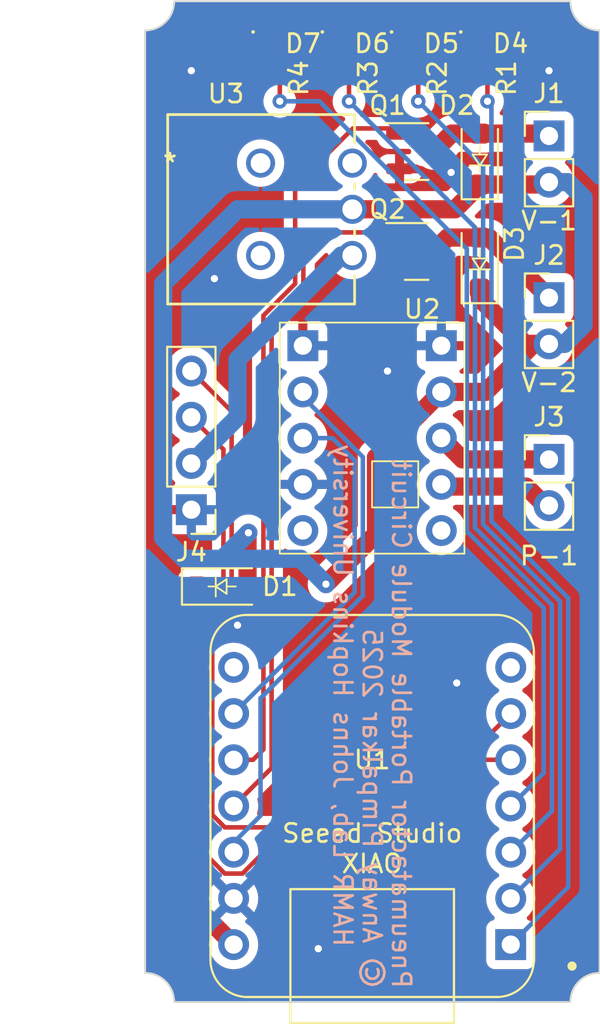
<source format=kicad_pcb>
(kicad_pcb (version 20241229) (generator "pcbnew") (generator_version "9.0")
  (layers (0 "F.Cu" signal) (2 "B.Cu" signal) (13 "F.Paste" user) (15 "B.Paste" user) (5 "F.SilkS" user "F.Silkscreen") (7 "B.SilkS" user "B.Silkscreen") (1 "F.Mask" user) (3 "B.Mask" user) (25 "Edge.Cuts" user))
  (net 0 "")
  (net 1 "Net-(D1-K)")
  (net 2 "VIN")
  (net 3 "Net-(D2-A)")
  (net 4 "Net-(D3-A)")
  (net 5 "GND")
  (net 6 "Net-(D4-A)")
  (net 7 "Net-(D5-A)")
  (net 8 "Net-(D6-A)")
  (net 9 "Net-(D7-A)")
  (net 10 "PUMP_-")
  (net 11 "PUMP_+")
  (net 12 "SDA")
  (net 13 "SCL")
  (net 14 "VALVE_1_PFM")
  (net 15 "VALVE_2_PFM")
  (net 16 "LED0")
  (net 17 "LED1")
  (net 18 "LED2")
  (net 19 "LED3")
  (net 22 "PUMP_PWM")
  (net 23 "3V3")
  (net 26 "VIN_SRC")
  (footprint "Xiao:XIAO-Generic-Thruhole-14P-2.54-21X17.8MM" (layer "F.Cu") (at 12.492738 44.22696 180)
    (property "Reference" "U1" (at 0 2.54 0) (layer "F.SilkS"))
    (property "Value" "SeeeduinoXIAO" (hide yes))
    (fp_line (start 8.9 8.5) (end 8.9 -8.5) (stroke (width 0.127)) (layer "F.SilkS"))
    (fp_line (start 6.9 -10.49909) (end -6.9 -10.49909) (stroke (width 0.127)) (layer "F.SilkS"))
    (fp_line (start 4.5 -4.57073) (end -4.5 -4.57073) (stroke (width 0.127)) (layer "F.SilkS"))
    (fp_line (start 4.5 -11.92403) (end 4.5 -4.57073) (stroke (width 0.127)) (layer "F.SilkS"))
    (fp_line (start -4.5 -4.57073) (end -4.5 -11.92403) (stroke (width 0.127)) (layer "F.SilkS"))
    (fp_line (start -4.5 -11.92403) (end 4.5 -11.92403) (stroke (width 0.127)) (layer "F.SilkS"))
    (fp_line (start -6.9 10.5) (end 6.9 10.5) (stroke (width 0.127)) (layer "F.SilkS"))
    (fp_line (start -8.9 -8.5) (end -8.9 8.5) (stroke (width 0.127)) (layer "F.SilkS"))
    (fp_arc (start 8.9 8.5) (mid 8.314214 9.914214) (end 6.9 10.5) (stroke (width 0.12)) (layer "F.SilkS"))
    (fp_arc (start 6.9 -10.5) (mid 8.301491 -9.901491) (end 8.9 -8.5) (stroke (width 0.12)) (layer "F.SilkS"))
    (fp_arc (start -6.9 10.5) (mid -8.301423 9.901423) (end -8.9 8.5) (stroke (width 0.12)) (layer "F.SilkS"))
    (fp_arc (start -8.9 -8.5) (mid -8.301491 -9.901491) (end -6.9 -10.5) (stroke (width 0.12)) (layer "F.SilkS"))
    (fp_circle (center -11 -8.8) (end -11 -9.054) (fill yes) (layer "F.SilkS"))
    (fp_poly (pts (xy -8.887715 -8.561705) (xy -8.884667 -8.610473) (xy -8.880603 -8.659494)) (stroke (width 0.0254)) (fill no) (layer "F.SilkS"))
    (fp_poly (pts (xy 8.889492 8.521574) (xy 8.887713 8.57085) (xy 8.884665 8.619618) (xy 8.880601 8.668639) (xy 8.875268 8.717407) (xy 8.868664 8.766175) (xy 8.861044 8.81469) (xy 8.852153 8.86295) (xy 8.842248 8.910955)) (stroke (width 0.0254)) (fill no) (layer "F.SilkS"))
    (fp_text user "Seeed Studio" (at 0 -1.5 0) (layer "F.SilkS"))
    (fp_text user "XIAO" (at 0.005 -3.175 0) (layer "F.SilkS"))
    (pad "1" thru_hole rect (at -7.625 -7.62 180) (size 1.7 1.7) (drill 1) (layers "*.Cu" "*.Mask") (net 16 "LED0"))
    (pad "2" thru_hole circle (at -7.625 -5.08 180) (size 1.7 1.7) (drill 1) (layers "*.Cu" "*.Mask") (net 17 "LED1"))
    (pad "3" thru_hole circle (at -7.625 -2.54 180) (size 1.7 1.7) (drill 1) (layers "*.Cu" "*.Mask") (net 18 "LED2"))
    (pad "4" thru_hole circle (at -7.625 0 180) (size 1.7 1.7) (drill 1) (layers "*.Cu" "*.Mask") (net 19 "LED3"))
    (pad "5" thru_hole circle (at -7.625 2.54 180) (size 1.7 1.7) (drill 1) (layers "*.Cu" "*.Mask") (net 12 "SDA"))
    (pad "6" thru_hole circle (at -7.625 5.08) (size 1.7 1.7) (drill 1) (layers "*.Cu" "*.Mask") (net 13 "SCL"))
    (pad "7" thru_hole circle (at -7.625 7.62 180) (size 1.7 1.7) (drill 1) (layers "*.Cu" "*.Mask"))
    (pad "8" thru_hole circle (at 7.625 7.62 180) (size 1.7 1.7) (drill 1) (layers "*.Cu" "*.Mask"))
    (pad "9" thru_hole circle (at 7.625 5.08 180) (size 1.7 1.7) (drill 1) (layers "*.Cu" "*.Mask") (net 22 "PUMP_PWM"))
    (pad "10" thru_hole circle (at 7.625 2.54 180) (size 1.7 1.7) (drill 1) (layers "*.Cu" "*.Mask") (net 14 "VALVE_1_PFM"))
    (pad "11" thru_hole circle (at 7.625 0 180) (size 1.7 1.7) (drill 1) (layers "*.Cu" "*.Mask") (net 15 "VALVE_2_PFM"))
    (pad "12" thru_hole circle (at 7.625 -2.54 180) (size 1.7 1.7) (drill 1) (layers "*.Cu" "*.Mask") (net 23 "3V3"))
    (pad "13" thru_hole circle (at 7.625 -5.08 180) (size 1.7 1.7) (drill 1) (layers "*.Cu" "*.Mask") (net 5 "GND"))
    (pad "14" thru_hole circle (at 7.625 -7.62 180) (size 1.7 1.7) (drill 1) (layers "*.Cu" "*.Mask") (net 1 "Net-(D1-K)"))
  )
  (footprint "LED_SMD:LED_0201_0603Metric_Pad0.64x0.40mm_HandSolder" (layer "F.Cu") (at 10.785238 1.68196)
    (property "Reference" "D6" (at 1.7025 0.635 0) (layer "F.SilkS"))
    (property "Value" "LED2")
    (fp_circle (center -1.035 0) (end -0.985 0) (stroke (width 0.1)) (fill no) (layer "F.SilkS"))
    (pad "1" smd roundrect (at -0.4075 0) (size 0.635 0.4) (layers "F.Cu" "F.Mask") (net 5 "GND"))
    (pad "2" smd roundrect (at 0.4075 0) (size 0.635 0.4) (layers "F.Cu" "F.Mask") (net 8 "Net-(D6-A)"))
  )
  (footprint "LED_SMD:LED_0201_0603Metric_Pad0.64x0.40mm_HandSolder" (layer "F.Cu") (at 18.405238 1.68196)
    (property "Reference" "D4" (at 1.7025 0.635 0) (layer "F.SilkS"))
    (property "Value" "LED0")
    (fp_circle (center -1.035 0) (end -0.985 0) (stroke (width 0.1)) (fill no) (layer "F.SilkS"))
    (pad "1" smd roundrect (at -0.4075 0) (size 0.635 0.4) (layers "F.Cu" "F.Mask") (net 5 "GND"))
    (pad "2" smd roundrect (at 0.4075 0) (size 0.635 0.4) (layers "F.Cu" "F.Mask") (net 6 "Net-(D4-A)"))
  )
  (footprint "Package_TO_SOT_SMD:SOT-23" (layer "F.Cu") (at 14.9375 13.74696)
    (property "Reference" "Q2" (at -1.6025 -2.31696 0) (layer "F.SilkS"))
    (property "Value" "IRLML2060")
    (fp_line (start 0 -1.56) (end -1.675 -1.56) (stroke (width 0.12)) (layer "F.SilkS"))
    (fp_line (start 0 -1.56) (end 0.65 -1.56) (stroke (width 0.12)) (layer "F.SilkS"))
    (fp_line (start 0 1.56) (end -0.65 1.56) (stroke (width 0.12)) (layer "F.SilkS"))
    (fp_line (start 0 1.56) (end 0.65 1.56) (stroke (width 0.12)) (layer "F.SilkS"))
    (pad "1" smd roundrect (at -0.9375 -0.95) (size 1.475 0.6) (layers "F.Cu" "F.Mask" "F.Paste") (net 15 "VALVE_2_PFM"))
    (pad "2" smd roundrect (at -0.9375 0.95) (size 1.475 0.6) (layers "F.Cu" "F.Mask" "F.Paste") (net 5 "GND"))
    (pad "3" smd roundrect (at 0.9375 0) (size 1.475 0.6) (layers "F.Cu" "F.Mask" "F.Paste") (net 4 "Net-(D3-A)"))
  )
  (footprint "Connector_PinHeader_2.54mm:PinHeader_1x04_P2.54mm_Vertical" (layer "F.Cu") (at 2.54 27.94 180)
    (property "Reference" "J4" (at 0 -2.33 0) (layer "F.SilkS"))
    (property "Value" "Pogo Connection")
    (fp_line (start 1.33 1.27) (end 1.33 8.95) (stroke (width 0.12)) (layer "F.SilkS"))
    (fp_line (start -1.33 8.95) (end 1.33 8.95) (stroke (width 0.12)) (layer "F.SilkS"))
    (fp_line (start -1.33 1.27) (end 1.33 1.27) (stroke (width 0.12)) (layer "F.SilkS"))
    (fp_line (start -1.33 1.27) (end -1.33 8.95) (stroke (width 0.12)) (layer "F.SilkS"))
    (fp_line (start -1.33 0) (end -1.33 -1.33) (stroke (width 0.12)) (layer "F.SilkS"))
    (fp_line (start -1.33 -1.33) (end 0 -1.33) (stroke (width 0.12)) (layer "F.SilkS"))
    (pad "1" thru_hole rect (at 0 0 180) (size 1.7 1.7) (drill 1) (layers "*.Cu" "*.Mask") (net 5 "GND"))
    (pad "2" thru_hole oval (at 0 2.54 180) (size 1.7 1.7) (drill 1) (layers "*.Cu" "*.Mask") (net 26 "VIN_SRC"))
    (pad "3" thru_hole oval (at 0 5.08 180) (size 1.7 1.7) (drill 1) (layers "*.Cu" "*.Mask") (net 12 "SDA"))
    (pad "4" thru_hole oval (at 0 7.62 180) (size 1.7 1.7) (drill 1) (layers "*.Cu" "*.Mask") (net 13 "SCL"))
  )
  (footprint "Connector_PinHeader_2.54mm:PinHeader_1x02_P2.54mm_Vertical" (layer "F.Cu") (at 22.225 25.17696)
    (property "Reference" "J3" (at 0 -2.33 0) (layer "F.SilkS"))
    (property "Value" "Pump")
    (fp_line (start -1.33 -1.33) (end 0 -1.33) (stroke (width 0.12)) (layer "F.SilkS"))
    (fp_line (start -1.33 0) (end -1.33 -1.33) (stroke (width 0.12)) (layer "F.SilkS"))
    (fp_line (start -1.33 1.27) (end -1.33 3.87) (stroke (width 0.12)) (layer "F.SilkS"))
    (fp_line (start -1.33 1.27) (end 1.33 1.27) (stroke (width 0.12)) (layer "F.SilkS"))
    (fp_line (start -1.33 3.87) (end 1.33 3.87) (stroke (width 0.12)) (layer "F.SilkS"))
    (fp_line (start 1.33 1.27) (end 1.33 3.87) (stroke (width 0.12)) (layer "F.SilkS"))
    (pad "1" thru_hole rect (at 0 0) (size 1.7 1.7) (drill 1) (layers "*.Cu" "*.Mask") (net 10 "PUMP_-"))
    (pad "2" thru_hole oval (at 0 2.54) (size 1.7 1.7) (drill 1) (layers "*.Cu" "*.Mask") (net 11 "PUMP_+"))
  )
  (footprint "Connector_PinHeader_2.54mm:PinHeader_1x02_P2.54mm_Vertical" (layer "F.Cu") (at 22.225 7.39696)
    (property "Reference" "J1" (at 0 -2.33 0) (layer "F.SilkS"))
    (property "Value" "Valve_1")
    (fp_line (start -1.33 -1.33) (end 0 -1.33) (stroke (width 0.12)) (layer "F.SilkS"))
    (fp_line (start -1.33 0) (end -1.33 -1.33) (stroke (width 0.12)) (layer "F.SilkS"))
    (fp_line (start -1.33 1.27) (end -1.33 3.87) (stroke (width 0.12)) (layer "F.SilkS"))
    (fp_line (start -1.33 1.27) (end 1.33 1.27) (stroke (width 0.12)) (layer "F.SilkS"))
    (fp_line (start -1.33 3.87) (end 1.33 3.87) (stroke (width 0.12)) (layer "F.SilkS"))
    (fp_line (start 1.33 1.27) (end 1.33 3.87) (stroke (width 0.12)) (layer "F.SilkS"))
    (pad "1" thru_hole rect (at 0 0) (size 1.7 1.7) (drill 1) (layers "*.Cu" "*.Mask") (net 3 "Net-(D2-A)"))
    (pad "2" thru_hole oval (at 0 2.54) (size 1.7 1.7) (drill 1) (layers "*.Cu" "*.Mask") (net 2 "VIN"))
  )
  (footprint "Resistor_SMD:R_0201_0603Metric_Pad0.64x0.40mm_HandSolder" (layer "F.Cu") (at 7.407738 3.81446 -90)
    (property "Reference" "R4" (at 0.4075 -1.05 90) (layer "F.SilkS"))
    (property "Value" "R")
    (pad "1" smd roundrect (at -0.4075 0 270) (size 0.635 0.4) (layers "F.Cu" "F.Mask") (net 9 "Net-(D7-A)"))
    (pad "2" smd roundrect (at 0.4075 0 270) (size 0.635 0.4) (layers "F.Cu" "F.Mask") (net 19 "LED3"))
  )
  (footprint "Package_TO_SOT_SMD:SOT-23" (layer "F.Cu") (at 14.9375 8.255)
    (property "Reference" "Q1" (at -1.6025 -2.54 0) (layer "F.SilkS"))
    (property "Value" "IRLML2060")
    (fp_line (start 0 -1.56) (end -1.675 -1.56) (stroke (width 0.12)) (layer "F.SilkS"))
    (fp_line (start 0 -1.56) (end 0.65 -1.56) (stroke (width 0.12)) (layer "F.SilkS"))
    (fp_line (start 0 1.56) (end -0.65 1.56) (stroke (width 0.12)) (layer "F.SilkS"))
    (fp_line (start 0 1.56) (end 0.65 1.56) (stroke (width 0.12)) (layer "F.SilkS"))
    (pad "1" smd roundrect (at -0.9375 -0.95) (size 1.475 0.6) (layers "F.Cu" "F.Mask" "F.Paste") (net 14 "VALVE_1_PFM"))
    (pad "2" smd roundrect (at -0.9375 0.95) (size 1.475 0.6) (layers "F.Cu" "F.Mask" "F.Paste") (net 5 "GND"))
    (pad "3" smd roundrect (at 0.9375 0) (size 1.475 0.6) (layers "F.Cu" "F.Mask" "F.Paste") (net 3 "Net-(D2-A)"))
  )
  (footprint "Pneumatactors:Pololu 2990 Motor Driver" (layer "F.Cu") (at 12.487738 12.57696)
    (property "Reference" "U2" (at 2.752262 4.345 0) (layer "F.SilkS"))
    (property "Value" "Pololu 2990")
    (fp_rect (start 0 12.7) (end 2.54 15.24) (stroke (width 0.1)) (fill no) (layer "F.SilkS"))
    (fp_rect (start 5.08 17.78) (end -5.08 5.08) (stroke (width 0.1)) (fill no) (layer "F.SilkS"))
    (pad "1" thru_hole rect (at -3.81 6.35) (size 1.7 1.7) (drill 1) (layers "*.Cu" "*.Mask") (net 5 "GND"))
    (pad "2" thru_hole oval (at -3.81 8.89) (size 1.7 1.7) (drill 1) (layers "*.Cu" "*.Mask") (net 23 "3V3"))
    (pad "3" thru_hole oval (at -3.81 11.43) (size 1.7 1.7) (drill 1) (layers "*.Cu" "*.Mask") (net 22 "PUMP_PWM"))
    (pad "4" thru_hole oval (at -3.81 13.97) (size 1.7 1.7) (drill 1) (layers "*.Cu" "*.Mask") (net 5 "GND"))
    (pad "5" thru_hole oval (at -3.81 16.51) (size 1.7 1.7) (drill 1) (layers "*.Cu" "*.Mask"))
    (pad "6" thru_hole rect (at 3.81 6.35) (size 1.7 1.7) (drill 1) (layers "*.Cu" "*.Mask") (net 5 "GND"))
    (pad "7" thru_hole oval (at 3.81 8.89) (size 1.7 1.7) (drill 1) (layers "*.Cu" "*.Mask") (net 2 "VIN"))
    (pad "8" thru_hole oval (at 3.81 11.43) (size 1.7 1.7) (drill 1) (layers "*.Cu" "*.Mask") (net 10 "PUMP_-"))
    (pad "9" thru_hole oval (at 3.81 13.97) (size 1.7 1.7) (drill 1) (layers "*.Cu" "*.Mask") (net 11 "PUMP_+"))
    (pad "10" thru_hole oval (at 3.81 16.51) (size 1.7 1.7) (drill 1) (layers "*.Cu" "*.Mask"))
  )
  (footprint "Resistor_SMD:R_0201_0603Metric_Pad0.64x0.40mm_HandSolder" (layer "F.Cu") (at 18.837738 3.81446 -90)
    (property "Reference" "R1" (at 0.4075 -1.05 90) (layer "F.SilkS"))
    (property "Value" "R")
    (pad "1" smd roundrect (at -0.4075 0 270) (size 0.635 0.4) (layers "F.Cu" "F.Mask") (net 6 "Net-(D4-A)"))
    (pad "2" smd roundrect (at 0.4075 0 270) (size 0.635 0.4) (layers "F.Cu" "F.Mask") (net 16 "LED0"))
  )
  (footprint "Diode_SMD:D_SOD-123F" (layer "F.Cu") (at 4.232738 32.16196)
    (property "Reference" "D1" (at 3.175 0 0) (layer "F.SilkS"))
    (property "Value" "1N4001")
    (fp_line (start -2.21 -1) (end -2.21 1) (stroke (width 0.12)) (layer "F.SilkS"))
    (fp_line (start -2.21 -1) (end 1.65 -1) (stroke (width 0.12)) (layer "F.SilkS"))
    (fp_line (start -2.21 1) (end 1.65 1) (stroke (width 0.12)) (layer "F.SilkS"))
    (fp_line (start -0.75 0) (end -0.35 0) (stroke (width 0.1)) (layer "F.SilkS"))
    (fp_line (start -0.35 0) (end -0.35 -0.55) (stroke (width 0.1)) (layer "F.SilkS"))
    (fp_line (start -0.35 0) (end -0.35 0.55) (stroke (width 0.1)) (layer "F.SilkS"))
    (fp_line (start -0.35 0) (end 0.25 -0.4) (stroke (width 0.1)) (layer "F.SilkS"))
    (fp_line (start 0.25 -0.4) (end 0.25 0.4) (stroke (width 0.1)) (layer "F.SilkS"))
    (fp_line (start 0.25 0) (end 0.75 0) (stroke (width 0.1)) (layer "F.SilkS"))
    (fp_line (start 0.25 0.4) (end -0.35 0) (stroke (width 0.1)) (layer "F.SilkS"))
    (pad "1" smd roundrect (at -1.4 0) (size 1.1 1.1) (layers "F.Cu" "F.Mask" "F.Paste") (roundrect_rratio 0.2272727273) (net 1 "Net-(D1-K)"))
    (pad "2" smd roundrect (at 1.4 0) (size 1.1 1.1) (layers "F.Cu" "F.Mask" "F.Paste") (roundrect_rratio 0.2272727273) (net 2 "VIN"))
  )
  (footprint "Resistor_SMD:R_0201_0603Metric_Pad0.64x0.40mm_HandSolder" (layer "F.Cu") (at 11.217738 3.81446 -90)
    (property "Reference" "R3" (at 0.4075 -1.05 90) (layer "F.SilkS"))
    (property "Value" "R")
    (pad "1" smd roundrect (at -0.4075 0 270) (size 0.635 0.4) (layers "F.Cu" "F.Mask") (net 8 "Net-(D6-A)"))
    (pad "2" smd roundrect (at 0.4075 0 270) (size 0.635 0.4) (layers "F.Cu" "F.Mask") (net 18 "LED2"))
  )
  (footprint "Diode_SMD:D_SOD-123F" (layer "F.Cu") (at 18.415 8.66696 90)
    (property "Reference" "D2" (at 2.95196 -1.27 180) (layer "F.SilkS"))
    (property "Value" "1N4001")
    (fp_line (start -2.21 -1) (end 1.65 -1) (stroke (width 0.12)) (layer "F.SilkS"))
    (fp_line (start -2.21 -1) (end -2.21 1) (stroke (width 0.12)) (layer "F.SilkS"))
    (fp_line (start 0.25 -0.4) (end 0.25 0.4) (stroke (width 0.1)) (layer "F.SilkS"))
    (fp_line (start 0.25 0) (end 0.75 0) (stroke (width 0.1)) (layer "F.SilkS"))
    (fp_line (start -0.35 0) (end -0.35 -0.55) (stroke (width 0.1)) (layer "F.SilkS"))
    (fp_line (start -0.35 0) (end 0.25 -0.4) (stroke (width 0.1)) (layer "F.SilkS"))
    (fp_line (start -0.35 0) (end -0.35 0.55) (stroke (width 0.1)) (layer "F.SilkS"))
    (fp_line (start -0.75 0) (end -0.35 0) (stroke (width 0.1)) (layer "F.SilkS"))
    (fp_line (start 0.25 0.4) (end -0.35 0) (stroke (width 0.1)) (layer "F.SilkS"))
    (fp_line (start -2.21 1) (end 1.65 1) (stroke (width 0.12)) (layer "F.SilkS"))
    (pad "1" smd roundrect (at -1.4 0 90) (size 1.1 1.1) (layers "F.Cu" "F.Mask" "F.Paste") (roundrect_rratio 0.2272727273) (net 2 "VIN"))
    (pad "2" smd roundrect (at 1.4 0 90) (size 1.1 1.1) (layers "F.Cu" "F.Mask" "F.Paste") (roundrect_rratio 0.2272727273) (net 3 "Net-(D2-A)"))
  )
  (footprint "Diode_SMD:D_SOD-123F" (layer "F.Cu") (at 18.415 14.38196 90)
    (property "Reference" "D3" (at 1.04696 1.905 270) (layer "F.SilkS"))
    (property "Value" "1N4001")
    (fp_line (start -2.21 -1) (end 1.65 -1) (stroke (width 0.12)) (layer "F.SilkS"))
    (fp_line (start -2.21 -1) (end -2.21 1) (stroke (width 0.12)) (layer "F.SilkS"))
    (fp_line (start 0.25 -0.4) (end 0.25 0.4) (stroke (width 0.1)) (layer "F.SilkS"))
    (fp_line (start 0.25 0) (end 0.75 0) (stroke (width 0.1)) (layer "F.SilkS"))
    (fp_line (start -0.35 0) (end -0.35 -0.55) (stroke (width 0.1)) (layer "F.SilkS"))
    (fp_line (start -0.35 0) (end 0.25 -0.4) (stroke (width 0.1)) (layer "F.SilkS"))
    (fp_line (start -0.35 0) (end -0.35 0.55) (stroke (width 0.1)) (layer "F.SilkS"))
    (fp_line (start -0.75 0) (end -0.35 0) (stroke (width 0.1)) (layer "F.SilkS"))
    (fp_line (start 0.25 0.4) (end -0.35 0) (stroke (width 0.1)) (layer "F.SilkS"))
    (fp_line (start -2.21 1) (end 1.65 1) (stroke (width 0.12)) (layer "F.SilkS"))
    (pad "1" smd roundrect (at -1.4 0 90) (size 1.1 1.1) (layers "F.Cu" "F.Mask" "F.Paste") (roundrect_rratio 0.2272727273) (net 2 "VIN"))
    (pad "2" smd roundrect (at 1.4 0 90) (size 1.1 1.1) (layers "F.Cu" "F.Mask" "F.Paste") (roundrect_rratio 0.2272727273) (net 4 "Net-(D3-A)"))
  )
  (footprint "Pneumatactors:SW3_TS01A" (layer "F.Cu") (at 11.39825 13.97)
    (property "Reference" "U3" (at -6.95325 -8.89 0) (layer "F.SilkS"))
    (property "Value" "TS01AQE")
    (fp_line (start -10.16 -7.747) (end -10.16 2.667) (stroke (width 0.1524)) (layer "F.SilkS"))
    (fp_line (start -10.16 2.667) (end 0.127 2.667) (stroke (width 0.1524)) (layer "F.SilkS"))
    (fp_line (start 0.127 -7.747) (end -10.16 -7.747) (stroke (width 0.1524)) (layer "F.SilkS"))
    (fp_line (start 0.127 -6.205699) (end 0.127 -7.747) (stroke (width 0.1524)) (layer "F.SilkS"))
    (fp_line (start 0.127 -3.665699) (end 0.127 -3.954301) (stroke (width 0.1524)) (layer "F.SilkS"))
    (fp_line (start 0.127 -1.125699) (end 0.127 -1.414301) (stroke (width 0.1524)) (layer "F.SilkS"))
    (fp_line (start 0.127 2.667) (end 0.127 1.125699) (stroke (width 0.1524)) (layer "F.SilkS"))
    (fp_text user "*" (at -10.033 -5.08 0) (layer "F.SilkS"))
    (fp_text user "*" (at -10.033 -5.08 0) (layer "F.SilkS"))
    (pad "1" thru_hole circle (at 0 0) (size 1.6002 1.6002) (drill 1.0922) (layers "*.Cu" "*.Mask") (net 26 "VIN_SRC"))
    (pad "2" thru_hole circle (at 0 -2.54) (size 1.6002 1.6002) (drill 1.0922) (layers "*.Cu" "*.Mask") (net 2 "VIN"))
    (pad "3" thru_hole circle (at 0 -5.08) (size 1.6002 1.6002) (drill 1.0922) (layers "*.Cu" "*.Mask"))
    (pad "4" thru_hole circle (at -5.04825 -5.08) (size 1.6002 1.6002) (drill 1.0922) (layers "*.Cu" "*.Mask"))
    (pad "5" thru_hole circle (at -5.04825 0) (size 1.6002 1.6002) (drill 1.0922) (layers "*.Cu" "*.Mask"))
  )
  (footprint "Resistor_SMD:R_0201_0603Metric_Pad0.64x0.40mm_HandSolder" (layer "F.Cu") (at 15.027738 3.81446 -90)
    (property "Reference" "R2" (at 0.4075 -1.05 90) (layer "F.SilkS"))
    (property "Value" "R")
    (pad "1" smd roundrect (at -0.4075 0 270) (size 0.635 0.4) (layers "F.Cu" "F.Mask") (net 7 "Net-(D5-A)"))
    (pad "2" smd roundrect (at 0.4075 0 270) (size 0.635 0.4) (layers "F.Cu" "F.Mask") (net 17 "LED1"))
  )
  (footprint "LED_SMD:LED_0201_0603Metric_Pad0.64x0.40mm_HandSolder" (layer "F.Cu") (at 14.595238 1.68196)
    (property "Reference" "D5" (at 1.7025 0.635 0) (layer "F.SilkS"))
    (property "Value" "LED1")
    (fp_circle (center -1.035 0) (end -0.985 0) (stroke (width 0.1)) (fill no) (layer "F.SilkS"))
    (pad "1" smd roundrect (at -0.4075 0) (size 0.635 0.4) (layers "F.Cu" "F.Mask") (net 5 "GND"))
    (pad "2" smd roundrect (at 0.4075 0) (size 0.635 0.4) (layers "F.Cu" "F.Mask") (net 7 "Net-(D5-A)"))
  )
  (footprint "Connector_PinHeader_2.54mm:PinHeader_1x02_P2.54mm_Vertical" (layer "F.Cu") (at 22.225 16.28696)
    (property "Reference" "J2" (at 0 -2.33 0) (layer "F.SilkS"))
    (property "Value" "Valve_2")
    (fp_line (start -1.33 -1.33) (end 0 -1.33) (stroke (width 0.12)) (layer "F.SilkS"))
    (fp_line (start -1.33 0) (end -1.33 -1.33) (stroke (width 0.12)) (layer "F.SilkS"))
    (fp_line (start -1.33 1.27) (end -1.33 3.87) (stroke (width 0.12)) (layer "F.SilkS"))
    (fp_line (start -1.33 1.27) (end 1.33 1.27) (stroke (width 0.12)) (layer "F.SilkS"))
    (fp_line (start -1.33 3.87) (end 1.33 3.87) (stroke (width 0.12)) (layer "F.SilkS"))
    (fp_line (start 1.33 1.27) (end 1.33 3.87) (stroke (width 0.12)) (layer "F.SilkS"))
    (pad "1" thru_hole rect (at 0 0) (size 1.7 1.7) (drill 1) (layers "*.Cu" "*.Mask") (net 4 "Net-(D3-A)"))
    (pad "2" thru_hole oval (at 0 2.54) (size 1.7 1.7) (drill 1) (layers "*.Cu" "*.Mask") (net 2 "VIN"))
  )
  (footprint "LED_SMD:LED_0201_0603Metric_Pad0.64x0.40mm_HandSolder" (layer "F.Cu") (at 6.975238 1.68196)
    (property "Reference" "D7" (at 1.7025 0.635 0) (layer "F.SilkS"))
    (property "Value" "LED3")
    (fp_circle (center -1.035 0) (end -0.985 0) (stroke (width 0.1)) (fill no) (layer "F.SilkS"))
    (pad "1" smd roundrect (at -0.4075 0) (size 0.635 0.4) (layers "F.Cu" "F.Mask") (net 5 "GND"))
    (pad "2" smd roundrect (at 0.4075 0) (size 0.635 0.4) (layers "F.Cu" "F.Mask") (net 9 "Net-(D7-A)"))
  )
  (gr_arc (start 0 53.4) (mid 1.131371 53.868629) (end 1.6 55) (stroke (width 0.1)) (layer "Edge.Cuts"))
  (gr_arc (start 23.4 55) (mid 23.868629 53.868629) (end 25 53.4) (stroke (width 0.1)) (layer "Edge.Cuts"))
  (gr_line (start 0 53.4) (end 0 1.6) (stroke (width 0.1)) (layer "Edge.Cuts"))
  (gr_line (start 25 1.6) (end 25 53.4) (stroke (width 0.1)) (layer "Edge.Cuts"))
  (gr_arc (start 1.6 0) (mid 1.131371 1.131371) (end 0 1.6) (stroke (width 0.1)) (layer "Edge.Cuts"))
  (gr_arc (start 25 1.6) (mid 23.868629 1.131371) (end 23.4 0) (stroke (width 0.1)) (layer "Edge.Cuts"))
  (gr_line (start 23.4 55) (end 1.6 55) (stroke (width 0.1)) (layer "Edge.Cuts"))
  (gr_line (start 1.6 0) (end 23.4 0) (stroke (width 0.1)) (layer "Edge.Cuts"))
  (gr_text "V-1" (at 22.225 12.065 0) (layer "F.SilkS") (effects (font (size 1 1))))
  (gr_text "P-1" (at 22.225 30.48 0) (layer "F.SilkS") (effects (font (size 1 1))))
  (gr_text "V-2" (at 22.225 20.955 0) (layer "F.SilkS") (effects (font (size 1 1))))
  (gr_text "Pneumatactor Portable Module Circuit\n© Anway Pimpalkar 2025\n   HAMR Lab, Johns Hopkins University\n" (at 10.28825 54.34 270) (layer "B.SilkS") (effects (font (size 1 1)) (justify left bottom mirror)))
  (segment (start 1.905 48.884222) (end 4.867738 51.84696) (width 1) (layer "F.Cu") (net 1))
  (segment (start 1.905 33.089698) (end 1.905 48.884222) (width 1) (layer "F.Cu") (net 1))
  (segment (start 2.832738 32.16196) (end 1.905 33.089698) (width 1) (layer "F.Cu") (net 1))
  (segment (start 18.415 15.78196) (end 18.415 16.33196) (width 1) (layer "F.Cu") (net 2))
  (segment (start 18.415 10.06696) (end 22.095 10.06696) (width 1) (layer "F.Cu") (net 2))
  (segment (start 12.7 25.064698) (end 12.7 29.282698) (width 1) (layer "F.Cu") (net 2))
  (segment (start 17.05196 11.43) (end 18.415 10.06696) (width 1) (layer "F.Cu") (net 2))
  (segment (start 16.297738 21.46696) (end 18.737738 21.46696) (width 1) (layer "F.Cu") (net 2))
  (segment (start 20.91 18.82696) (end 22.225 18.82696) (width 1) (layer "F.Cu") (net 2))
  (segment (start 5.632738 32.16196) (end 5.632738 29.26) (width 1) (layer "F.Cu") (net 2))
  (segment (start 21.377738 18.82696) (end 22.225 18.82696) (width 1) (layer "F.Cu") (net 2))
  (segment (start 16.297738 21.46696) (end 12.7 25.064698) (width 1) (layer "F.Cu") (net 2))
  (segment (start 18.415 16.33196) (end 20.91 18.82696) (width 1) (layer "F.Cu") (net 2))
  (segment (start 22.095 10.06696) (end 22.225 9.93696) (width 1) (layer "F.Cu") (net 2))
  (segment (start 11.39825 11.43) (end 17.05196 11.43) (width 1) (layer "F.Cu") (net 2))
  (segment (start 12.7 29.282698) (end 9.947738 32.03496) (width 1) (layer "F.Cu") (net 2))
  (segment (start 5.632738 29.26) (end 5.682738 29.21) (width 1) (layer "F.Cu") (net 2))
  (segment (start 18.737738 21.46696) (end 21.377738 18.82696) (width 1) (layer "F.Cu") (net 2))
  (via (at 9.947738 32.03496) (size 0.8) (drill 0.4) (layers "F.Cu" "B.Cu") (net 2))
  (via (at 5.682738 29.21) (size 0.8) (drill 0.4) (layers "F.Cu" "B.Cu") (net 2))
  (segment (start 5.682738 29.21) (end 4.445 30.447738) (width 1) (layer "B.Cu") (net 2))
  (segment (start 24.13 17.78) (end 24.13 10.795) (width 1) (layer "B.Cu") (net 2))
  (segment (start 0.99 29.49) (end 2.13696 30.63696) (width 1) (layer "B.Cu") (net 2))
  (segment (start 11.39825 11.43) (end 5.08 11.43) (width 1) (layer "B.Cu") (net 2))
  (segment (start 23.08304 18.82696) (end 24.13 17.78) (width 1) (layer "B.Cu") (net 2))
  (segment (start 4.445 30.63696) (end 8.549738 30.63696) (width 1) (layer "B.Cu") (net 2))
  (segment (start 8.549738 30.63696) (end 9.947738 32.03496) (width 1) (layer "B.Cu") (net 2))
  (segment (start 4.445 30.447738) (end 4.445 30.63696) (width 1) (layer "B.Cu") (net 2))
  (segment (start 23.27196 9.93696) (end 22.225 9.93696) (width 1) (layer "B.Cu") (net 2))
  (segment (start 0.99 15.52) (end 0.99 29.49) (width 1) (layer "B.Cu") (net 2))
  (segment (start 5.08 11.43) (end 0.99 15.52) (width 1) (layer "B.Cu") (net 2))
  (segment (start 22.225 18.82696) (end 23.08304 18.82696) (width 1) (layer "B.Cu") (net 2))
  (segment (start 2.13696 30.63696) (end 4.445 30.63696) (width 1) (layer "B.Cu") (net 2))
  (segment (start 24.13 10.795) (end 23.27196 9.93696) (width 1) (layer "B.Cu") (net 2))
  (segment (start 16.86304 7.26696) (end 15.875 8.255) (width 1) (layer "F.Cu") (net 3))
  (segment (start 18.415 7.26696) (end 16.86304 7.26696) (width 1) (layer "F.Cu") (net 3))
  (segment (start 22.095 7.26696) (end 22.225 7.39696) (width 1) (layer "F.Cu") (net 3))
  (segment (start 18.415 7.26696) (end 22.095 7.26696) (width 1) (layer "F.Cu") (net 3))
  (segment (start 16.64 12.98196) (end 15.875 13.74696) (width 1) (layer "F.Cu") (net 4))
  (segment (start 18.415 12.98196) (end 18.92 12.98196) (width 1) (layer "F.Cu") (net 4))
  (segment (start 18.92 12.98196) (end 22.225 16.28696) (width 1) (layer "F.Cu") (net 4))
  (segment (start 18.415 12.98196) (end 16.64 12.98196) (width 1) (layer "F.Cu") (net 4))
  (via (at 5.08 34.29) (size 0.8) (drill 0.4) (layers "F.Cu" "B.Cu") (net 5))
  (via (at 16.836868 9.401688) (size 0.8) (drill 0.4) (layers "F.Cu" "B.Cu") (net 5))
  (via (at 3.81 15.24) (size 0.8) (drill 0.4) (layers "F.Cu" "B.Cu") (net 5))
  (via (at 9.525 52.07) (size 0.8) (drill 0.4) (layers "F.Cu" "B.Cu") (net 5))
  (via (at 22.225 3.81) (size 0.8) (drill 0.4) (layers "F.Cu" "B.Cu") (net 5))
  (via (at 17.145 37.465) (size 0.8) (drill 0.4) (layers "F.Cu" "B.Cu") (net 5))
  (via (at 13.335 20.32) (size 0.8) (drill 0.4) (layers "F.Cu" "B.Cu") (net 5))
  (via (at 2.54 3.81) (size 0.8) (drill 0.4) (layers "F.Cu" "B.Cu") (net 5))
  (segment (start 18.837738 3.40696) (end 18.837738 1.70696) (width 0.25) (layer "F.Cu") (net 6))
  (segment (start 18.837738 1.70696) (end 18.812738 1.68196) (width 0.25) (layer "F.Cu") (net 6))
  (segment (start 15.027738 1.70696) (end 15.002738 1.68196) (width 0.25) (layer "F.Cu") (net 7))
  (segment (start 15.027738 3.40696) (end 15.027738 1.70696) (width 0.25) (layer "F.Cu") (net 7))
  (segment (start 11.217738 3.40696) (end 11.217738 1.70696) (width 0.25) (layer "F.Cu") (net 8))
  (segment (start 11.217738 1.70696) (end 11.192738 1.68196) (width 0.25) (layer "F.Cu") (net 8))
  (segment (start 7.407738 1.70696) (end 7.382738 1.68196) (width 0.25) (layer "F.Cu") (net 9))
  (segment (start 7.407738 3.40696) (end 7.407738 1.70696) (width 0.25) (layer "F.Cu") (net 9))
  (segment (start 17.467738 25.17696) (end 16.297738 24.00696) (width 1) (layer "F.Cu") (net 10))
  (segment (start 22.225 25.17696) (end 17.467738 25.17696) (width 1) (layer "F.Cu") (net 10))
  (segment (start 20.96804 26.67) (end 16.420778 26.67) (width 1) (layer "F.Cu") (net 11))
  (segment (start 16.420778 26.67) (end 16.297738 26.54696) (width 1) (layer "F.Cu") (net 11))
  (segment (start 22.225 27.71696) (end 22.015 27.71696) (width 1) (layer "F.Cu") (net 11))
  (segment (start 22.015 27.71696) (end 20.96804 26.67) (width 1) (layer "F.Cu") (net 11))
  (segment (start 4.381037 47.94196) (end 5.354439 47.94196) (width 0.25) (layer "F.Cu") (net 12))
  (segment (start 7.444439 45.85196) (end 14.049134 45.85196) (width 0.25) (layer "F.Cu") (net 12))
  (segment (start 4.307738 32.520664) (end 3.242738 33.585664) (width 0.25) (layer "F.Cu") (net 12))
  (segment (start 2.54 22.86) (end 4.307738 24.627738) (width 0.25) (layer "F.Cu") (net 12))
  (segment (start 5.354439 47.94196) (end 7.444439 45.85196) (width 0.25) (layer "F.Cu") (net 12))
  (segment (start 14.049134 45.85196) (end 18.214134 41.68696) (width 0.25) (layer "F.Cu") (net 12))
  (segment (start 4.307738 24.627738) (end 4.307738 32.520664) (width 0.25) (layer "F.Cu") (net 12))
  (segment (start 3.242738 46.803661) (end 4.381037 47.94196) (width 0.25) (layer "F.Cu") (net 12))
  (segment (start 3.242738 33.585664) (end 3.242738 46.803661) (width 0.25) (layer "F.Cu") (net 12))
  (segment (start 18.214134 41.68696) (end 20.117738 41.68696) (width 0.25) (layer "F.Cu") (net 12))
  (segment (start 20.117738 41.68696) (end 20.08696 41.68696) (width 0.25) (layer "B.Cu") (net 12))
  (segment (start 4.757738 32.70706) (end 3.692738 33.77206) (width 0.25) (layer "F.Cu") (net 13))
  (segment (start 4.757738 22.537738) (end 4.757738 32.70706) (width 0.25) (layer "F.Cu") (net 13))
  (segment (start 13.862738 45.40196) (end 20.117738 39.14696) (width 0.25) (layer "F.Cu") (net 13))
  (segment (start 3.692738 44.713661) (end 4.381037 45.40196) (width 0.25) (layer "F.Cu") (net 13))
  (segment (start 3.692738 33.77206) (end 3.692738 44.713661) (width 0.25) (layer "F.Cu") (net 13))
  (segment (start 4.381037 45.40196) (end 13.862738 45.40196) (width 0.25) (layer "F.Cu") (net 13))
  (segment (start 2.54 20.32) (end 4.757738 22.537738) (width 0.25) (layer "F.Cu") (net 13))
  (segment (start 4.867738 41.68696) (end 5.93804 41.68696) (width 0.25) (layer "F.Cu") (net 14))
  (segment (start 6.507738 17.26938) (end 8.255 15.522118) (width 0.25) (layer "F.Cu") (net 14))
  (segment (start 13.68 6.985) (end 14 7.305) (width 0.25) (layer "F.Cu") (net 14))
  (segment (start 6.507738 41.117262) (end 6.507738 17.26938) (width 0.25) (layer "F.Cu") (net 14))
  (segment (start 11.43 6.985) (end 13.68 6.985) (width 0.25) (layer "F.Cu") (net 14))
  (segment (start 8.255 15.522118) (end 8.255 10.16) (width 0.25) (layer "F.Cu") (net 14))
  (segment (start 8.255 10.16) (end 11.43 6.985) (width 0.25) (layer "F.Cu") (net 14))
  (segment (start 5.93804 41.68696) (end 6.507738 41.117262) (width 0.25) (layer "F.Cu") (net 14))
  (segment (start 10.16 12.7) (end 8.705 14.155) (width 0.25) (layer "F.Cu") (net 15))
  (segment (start 8.705 15.708514) (end 6.957738 17.455776) (width 0.25) (layer "F.Cu") (net 15))
  (segment (start 8.705 14.155) (end 8.705 15.708514) (width 0.25) (layer "F.Cu") (net 15))
  (segment (start 13.90304 12.7) (end 10.16 12.7) (width 0.25) (layer "F.Cu") (net 15))
  (segment (start 6.957738 42.13696) (end 4.867738 44.22696) (width 0.25) (layer "F.Cu") (net 15))
  (segment (start 6.957738 17.455776) (end 6.957738 42.13696) (width 0.25) (layer "F.Cu") (net 15))
  (segment (start 14 12.79696) (end 13.90304 12.7) (width 0.25) (layer "F.Cu") (net 15))
  (segment (start 18.837738 4.22196) (end 18.837738 5.49196) (width 0.25) (layer "F.Cu") (net 16))
  (via (at 18.837738 5.49196) (size 0.8) (drill 0.4) (layers "F.Cu" "B.Cu") (net 16))
  (segment (start 23.282738 48.68196) (end 20.117738 51.84696) (width 0.25) (layer "B.Cu") (net 16))
  (segment (start 23.282738 32.79696) (end 23.282738 48.68196) (width 0.25) (layer "B.Cu") (net 16))
  (segment (start 18.837738 5.49196) (end 19.055389 5.709611) (width 0.25) (layer "B.Cu") (net 16))
  (segment (start 19.055389 28.569611) (end 23.282738 32.79696) (width 0.25) (layer "B.Cu") (net 16))
  (segment (start 19.055389 5.709611) (end 19.055389 28.569611) (width 0.25) (layer "B.Cu") (net 16))
  (segment (start 19.05 28.564222) (end 19.055389 28.569611) (width 0.25) (layer "B.Cu") (net 16))
  (segment (start 15.027738 4.22196) (end 15.027738 5.49196) (width 0.25) (layer "F.Cu") (net 17))
  (via (at 15.027738 5.49196) (size 0.8) (drill 0.4) (layers "F.Cu" "B.Cu") (net 17))
  (segment (start 15.027738 5.49196) (end 18.6 9.064222) (width 0.25) (layer "B.Cu") (net 17))
  (segment (start 18.6 28.750618) (end 22.832738 32.983356) (width 0.25) (layer "B.Cu") (net 17))
  (segment (start 22.832738 46.59196) (end 20.117738 49.30696) (width 0.25) (layer "B.Cu") (net 17))
  (segment (start 22.832738 32.983356) (end 22.832738 46.59196) (width 0.25) (layer "B.Cu") (net 17))
  (segment (start 18.6 9.064222) (end 18.6 28.750618) (width 0.25) (layer "B.Cu") (net 17))
  (segment (start 11.217738 4.22196) (end 11.217738 5.49196) (width 0.25) (layer "F.Cu") (net 18))
  (via (at 11.217738 5.49196) (size 0.8) (drill 0.4) (layers "F.Cu" "B.Cu") (net 18))
  (segment (start 18.15 12.424222) (end 18.15 28.937014) (width 0.25) (layer "B.Cu") (net 18))
  (segment (start 22.382738 44.50196) (end 20.117738 46.76696) (width 0.25) (layer "B.Cu") (net 18))
  (segment (start 11.217738 5.49196) (end 18.15 12.424222) (width 0.25) (layer "B.Cu") (net 18))
  (segment (start 18.15 28.937014) (end 22.382738 33.169752) (width 0.25) (layer "B.Cu") (net 18))
  (segment (start 22.382738 33.169752) (end 22.382738 44.50196) (width 0.25) (layer "B.Cu") (net 18))
  (segment (start 7.407738 4.22196) (end 7.407738 5.49196) (width 0.25) (layer "F.Cu") (net 19))
  (via (at 7.407738 5.49196) (size 0.8) (drill 0.4) (layers "F.Cu" "B.Cu") (net 19))
  (segment (start 9.591342 5.49196) (end 17.7 13.600618) (width 0.25) (layer "B.Cu") (net 19))
  (segment (start 21.932738 42.41196) (end 20.117738 44.22696) (width 0.25) (layer "B.Cu") (net 19))
  (segment (start 21.932738 33.356148) (end 21.932738 42.41196) (width 0.25) (layer "B.Cu") (net 19))
  (segment (start 17.7 29.12341) (end 21.932738 33.356148) (width 0.25) (layer "B.Cu") (net 19))
  (segment (start 17.7 13.600618) (end 17.7 29.12341) (width 0.25) (layer "B.Cu") (net 19))
  (segment (start 7.407738 5.49196) (end 9.591342 5.49196) (width 0.25) (layer "B.Cu") (net 19))
  (segment (start 10.305564 24.00696) (end 11.529738 25.231134) (width 0.25) (layer "B.Cu") (net 22))
  (segment (start 8.677738 24.00696) (end 10.305564 24.00696) (width 0.25) (layer "B.Cu") (net 22))
  (segment (start 11.529738 32.48496) (end 4.867738 39.14696) (width 0.25) (layer "B.Cu") (net 22))
  (segment (start 11.529738 25.231134) (end 11.529738 32.48496) (width 0.25) (layer "B.Cu") (net 22))
  (segment (start 6.35 38.301094) (end 6.35 44.754698) (width 0.25) (layer "B.Cu") (net 23))
  (segment (start 6.35 44.754698) (end 4.867738 46.23696) (width 0.25) (layer "B.Cu") (net 23))
  (segment (start 8.677738 21.742738) (end 11.979738 25.044738) (width 0.25) (layer "B.Cu") (net 23))
  (segment (start 4.867738 46.23696) (end 4.867738 46.76696) (width 0.25) (layer "B.Cu") (net 23))
  (segment (start 11.979738 25.044738) (end 11.979738 32.671356) (width 0.25) (layer "B.Cu") (net 23))
  (segment (start 11.979738 32.671356) (end 6.35 38.301094) (width 0.25) (layer "B.Cu") (net 23))
  (segment (start 8.677738 21.46696) (end 8.677738 21.742738) (width 0.25) (layer "B.Cu") (net 23))
  (segment (start 5.08 22.86) (end 5.08 19.685) (width 1) (layer "B.Cu") (net 26))
  (segment (start 5.08 19.685) (end 10.795 13.97) (width 1) (layer "B.Cu") (net 26))
  (segment (start 10.795 13.97) (end 11.39825 13.97) (width 1) (layer "B.Cu") (net 26))
  (segment (start 2.54 25.4) (end 5.08 22.86) (width 1) (layer "B.Cu") (net 26))
  (zone (net 5) (net_name "GND") (layer "F.Cu") (connect_pads (clearance 0.5)) (min_thickness 0.25) (fill yes (thermal_gap 0.5) (thermal_bridge_width 0.5))
    (polygon (pts (xy 0 0) (xy 25 0) (xy 25 55) (xy 0 55)))
  )
  (zone (net 5) (net_name "GND") (layer "B.Cu") (priority 1) (connect_pads (clearance 0.5)) (min_thickness 0.25) (fill yes (thermal_gap 0.5) (thermal_bridge_width 0.5))
    (polygon (pts (xy 0 0) (xy 25 0) (xy 25 55) (xy 0 55)))
  )
)
</source>
